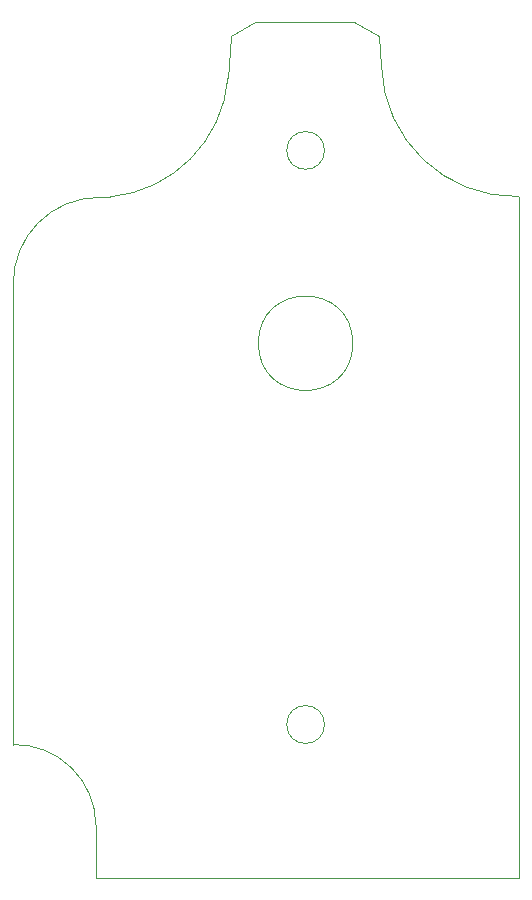
<source format=gm1>
G04 #@! TF.GenerationSoftware,KiCad,Pcbnew,8.0.1*
G04 #@! TF.CreationDate,2024-04-04T12:49:37+03:00*
G04 #@! TF.ProjectId,TWV,5457562e-6b69-4636-9164-5f7063625858,V-0.96*
G04 #@! TF.SameCoordinates,Original*
G04 #@! TF.FileFunction,Profile,NP*
%FSLAX46Y46*%
G04 Gerber Fmt 4.6, Leading zero omitted, Abs format (unit mm)*
G04 Created by KiCad (PCBNEW 8.0.1) date 2024-04-04 12:49:37*
%MOMM*%
%LPD*%
G01*
G04 APERTURE LIST*
G04 #@! TA.AperFunction,Profile*
%ADD10C,0.100000*%
G04 #@! TD*
G04 APERTURE END LIST*
D10*
X44209998Y-83396942D02*
G75*
G02*
X51209959Y-90196943I100002J-6899958D01*
G01*
X62622189Y-23402342D02*
X62434999Y-25871942D01*
X87010001Y-88127828D02*
X87010001Y-94696941D01*
X73084999Y-22196942D02*
X64709999Y-22196942D01*
X62434999Y-25871942D02*
X62392995Y-26930942D01*
X44209999Y-44396942D02*
X44209998Y-83396941D01*
X75384999Y-25971942D02*
X75181180Y-23407174D01*
X62392993Y-26930941D02*
G75*
G02*
X52393999Y-37029945I-11017263J908671D01*
G01*
X70559999Y-81704942D02*
G75*
G02*
X67359999Y-81704942I-1600000J0D01*
G01*
X67359999Y-81704942D02*
G75*
G02*
X70559999Y-81704942I1600000J0D01*
G01*
X64709999Y-22196942D02*
X62622189Y-23402342D01*
X87010001Y-88127828D02*
X87010001Y-72396941D01*
X87010001Y-37001700D02*
G75*
G02*
X75384960Y-25971945I-246501J11381300D01*
G01*
X87010001Y-72396941D02*
X87010001Y-56196943D01*
X44210000Y-44396942D02*
G75*
G02*
X51434999Y-37071940I7275000J50002D01*
G01*
X87010001Y-56196943D02*
X87010001Y-37001700D01*
X51209999Y-94696942D02*
X86709999Y-94696942D01*
X52393999Y-37029942D02*
X51434999Y-37071942D01*
X75181180Y-23407174D02*
X73084999Y-22196942D01*
X72959999Y-49426942D02*
G75*
G02*
X64959999Y-49426942I-4000000J0D01*
G01*
X64959999Y-49426942D02*
G75*
G02*
X72959999Y-49426942I4000000J0D01*
G01*
X51209999Y-90196942D02*
X51209999Y-94696942D01*
X87010001Y-94696941D02*
X86709999Y-94696941D01*
X70559999Y-33096942D02*
G75*
G02*
X67359999Y-33096942I-1600000J0D01*
G01*
X67359999Y-33096942D02*
G75*
G02*
X70559999Y-33096942I1600000J0D01*
G01*
M02*

</source>
